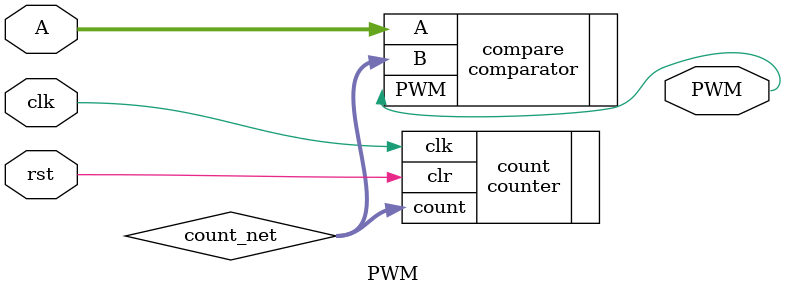
<source format=v>
module PWM (
    input [7:0] A,
    input clk,
    input rst,
    output PWM
    );
    
    wire [7:0] count_net;
    
    comparator compare (
    .A(A),
    .B(count_net),
    .PWM(PWM)
    );
    
    counter count (
    .clr(rst),
    .clk(clk),
    .count(count_net)  
    );
    
    endmodule
</source>
